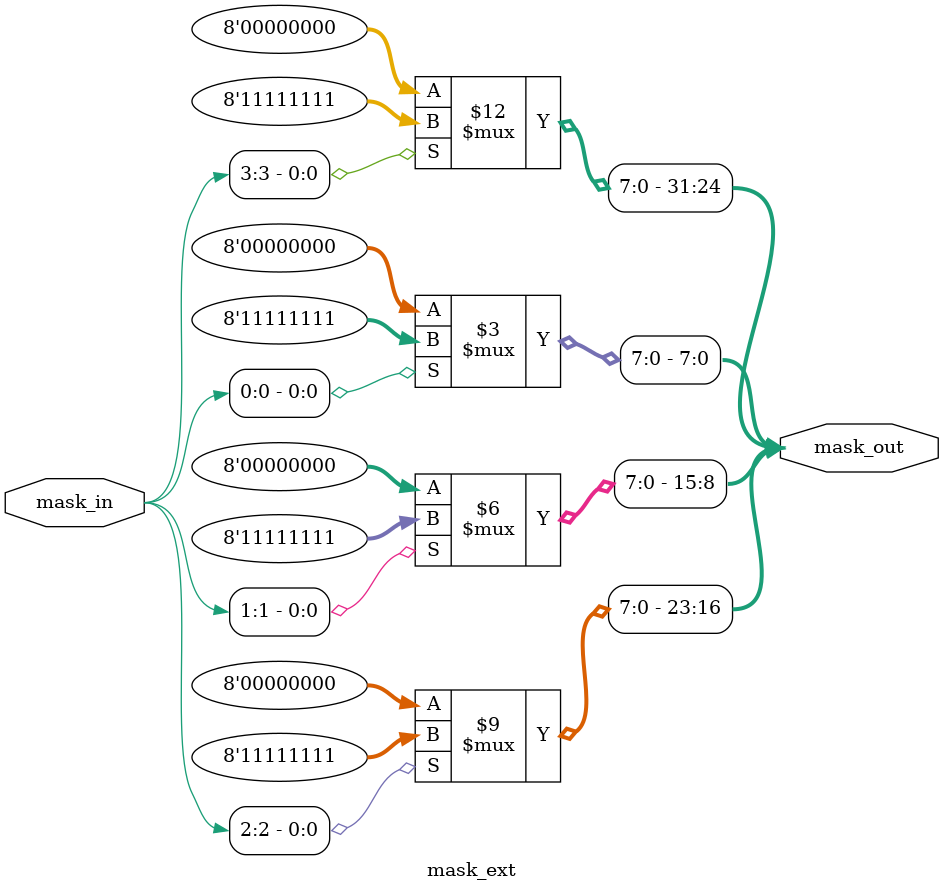
<source format=sv>
module mask_ext
(
    input [3:0] mask_in,
    output logic [31:0] mask_out
);

always_comb
begin
    if (mask_in[3])
        mask_out[31:24] = 8'hff;
    else
        mask_out[31:24] = 8'h00;

    if (mask_in[2])
        mask_out[23:16] = 8'hff;
    else
        mask_out[23:16] = 8'h00;

    if (mask_in[1])
        mask_out[15:8] = 8'hff;
    else
        mask_out[15:8] = 8'h00;

    if (mask_in[0])
        mask_out[7:0] = 8'hff;
    else
        mask_out[7:0] = 8'h00;
end

endmodule : mask_ext
</source>
